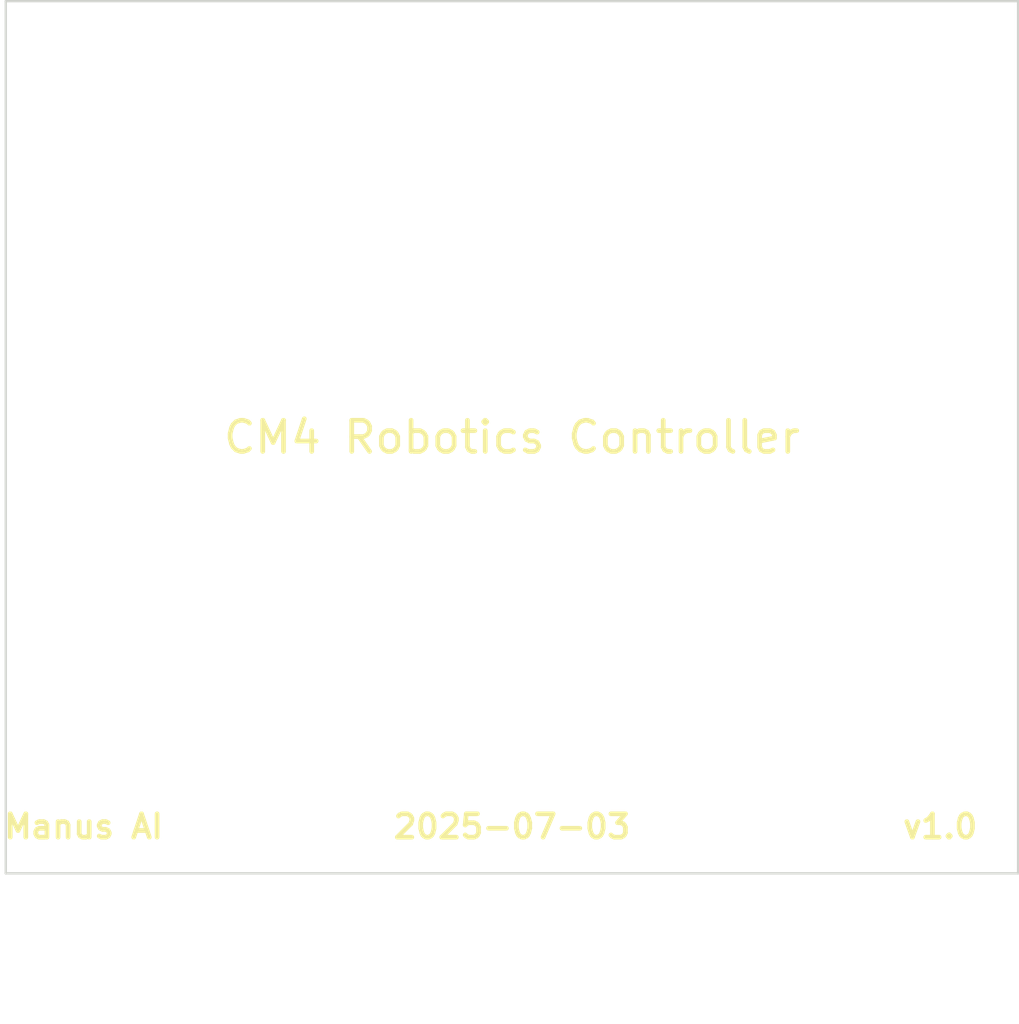
<source format=kicad_pcb>
(kicad_pcb (version 20221018) (generator pcbnew)

  (general
    (thickness 1.6)
    (drawings 4)
    (tracks 0)
    (zones 0)
    (modules 0)
    (nets 1)
  )

  (paper "A4")
  (title_block
    (title "CM4 Robotics Controller")
    (date "2025-07-03")
    (rev "v1.0")
    (company "Manus AI")
  )

  (layers
    (0 "F.Cu" signal)
    (1 "In1.Cu" power)
    (2 "In2.Cu" power)
    (31 "B.Cu" signal)
    (32 "B.Adhes" user "B.Adhesive")
    (33 "F.Adhes" user "F.Adhesive")
    (34 "B.Paste" user)
    (35 "F.Paste" user)
    (36 "B.SilkS" user "B.Silkscreen")
    (37 "F.SilkS" user "F.Silkscreen")
    (38 "B.Mask" user)
    (39 "F.Mask" user)
    (40 "Dwgs.User" user "User.Drawings")
    (41 "Cmts.User" user "User.Comments")
    (42 "Eco1.User" user "User.Eco1")
    (43 "Eco2.User" user "User.Eco2")
    (44 "Edge.Cuts" user)
    (45 "Margin" user)
    (46 "B.CrtYd" user "B.Courtyard")
    (47 "F.CrtYd" user "F.Courtyard")
    (48 "B.Fab" user)
    (49 "F.Fab" user)
    (50 "User.1" user)
    (51 "User.2" user)
    (52 "User.3" user)
    (53 "User.4" user)
    (54 "User.5" user)
    (55 "User.6" user)
    (56 "User.7" user)
    (57 "User.8" user)
    (58 "User.9" user)
  )

  (setup
    (stackup
      (layer "F.SilkS" (type "Top Silk Screen"))
      (layer "F.Paste" (type "Top Solder Paste"))
      (layer "F.Mask" (type "Top Solder Mask") (thickness 0.01))
      (layer "F.Cu" (type "copper") (thickness 0.035))
      (layer "dielectric 1" (type "core") (thickness 0.48) (material "FR4") (epsilon_r 4.5) (loss_tangent 0.02))
      (layer "In1.Cu" (type "copper") (thickness 0.035))
      (layer "dielectric 2" (type "prepreg") (thickness 0.47) (material "FR4") (epsilon_r 4.5) (loss_tangent 0.02))
      (layer "In2.Cu" (type "copper") (thickness 0.035))
      (layer "dielectric 3" (type "core") (thickness 0.48) (material "FR4") (epsilon_r 4.5) (loss_tangent 0.02))
      (layer "B.Cu" (type "copper") (thickness 0.035))
      (layer "B.Mask" (type "Bottom Solder Mask") (thickness 0.01))
      (layer "B.Paste" (type "Bottom Solder Paste"))
      (layer "B.SilkS" (type "Bottom Silk Screen"))
      (copper_finish "None")
      (dielectric_constraints no)
    )
    (pad_to_mask_clearance 0.05)
    (pcbplotparams
      (layerselection 0x00010fc_ffffffff)
      (plot_on_all_layers_selection 0x0000000_00000000)
      (disableapertmacros false)
      (usegerberextensions false)
      (usegerberattributes true)
      (usegerberadvancedattributes true)
      (creategerberjobfile true)
      (dashed_line_dash_ratio 12.000000)
      (dashed_line_gap_ratio 3.000000)
      (svgprecision 4)
      (plotframeref false)
      (viasonmask false)
      (mode 1)
      (useauxorigin false)
      (hpglpennumber 1)
      (hpglpenspeed 20)
      (hpglpendiameter 15.000000)
      (dxfpolygonmode true)
      (dxfimperialunits true)
      (dxfusepcbnewfont true)
      (psnegative false)
      (psa4output false)
      (plotreference true)
      (plotvalue true)
      (plotinvisibletext false)
      (sketchpadsonfab false)
      (subtractmaskfromsilk false)
      (outputformat 1)
      (mirror false)
      (drillshape 1)
      (scaleselection 1)
      (outputdirectory "")
    )
  )

  (net 0 "")

  (net_class "Default" "This is the default net class."
    (clearance 0.15)
    (trace_width 0.15)
    (via_dia 0.6)
    (via_drill 0.3)
    (uvia_dia 0.3)
    (uvia_drill 0.1)
    (diff_pair_width 0.15)
    (diff_pair_gap 0.15)
  )

  (net_class "Power" "Power nets"
    (clearance 0.2)
    (trace_width 0.5)
    (via_dia 0.8)
    (via_drill 0.4)
    (uvia_dia 0.3)
    (uvia_drill 0.1)
    (diff_pair_width 0.2)
    (diff_pair_gap 0.2)
  )

  (net_class "USB_Diff" "USB differential pairs"
    (clearance 0.15)
    (trace_width 0.2)
    (via_dia 0.6)
    (via_drill 0.3)
    (uvia_dia 0.3)
    (uvia_drill 0.1)
    (diff_pair_width 0.2)
    (diff_pair_gap 0.2)
  )

  (net_class "Motor" "Motor driver outputs"
    (clearance 0.2)
    (trace_width 0.5)
    (via_dia 0.8)
    (via_drill 0.4)
    (uvia_dia 0.3)
    (uvia_drill 0.1)
    (diff_pair_width 0.2)
    (diff_pair_gap 0.2)
  )

  (dimension 65 (width 0.15) (layer "Dwgs.User")
    (gr_text "65.000 mm" (at 32.5 -5 0) (layer "Dwgs.User") (tstamp 00000000-0000-0000-0000-00005f3d1de1)
      (effects (font (size 1.5 1.5) (thickness 0.3)))
    )
    (feature1 (pts (xy 0 0) (xy 0 -5)))
    (feature2 (pts (xy 65 0) (xy 65 -5)))
    (crossbar (pts (xy 0 -2.5) (xy 65 -2.5)))
    (arrow1a (pts (xy 65 -2.5) (xy 63.5 -3)))
    (arrow1b (pts (xy 65 -2.5) (xy 63.5 -2)))
    (arrow2a (pts (xy 0 -2.5) (xy 1.5 -3)))
    (arrow2b (pts (xy 0 -2.5) (xy 1.5 -2)))
  )

  (dimension 56 (width 0.15) (layer "Dwgs.User")
    (gr_text "56.000 mm" (at -5 28 90) (layer "Dwgs.User") (tstamp 00000000-0000-0000-0000-00005f3d1de2)
      (effects (font (size 1.5 1.5) (thickness 0.3)))
    )
    (feature1 (pts (xy 0 0) (xy -5 0)))
    (feature2 (pts (xy 0 56) (xy -5 56)))
    (crossbar (pts (xy -2.5 0) (xy -2.5 56)))
    (arrow1a (pts (xy -2.5 56) (xy -3 54.5)))
    (arrow1b (pts (xy -2.5 56) (xy -2 54.5)))
    (arrow2a (pts (xy -2.5 0) (xy -3 1.5)))
    (arrow2b (pts (xy -2.5 0) (xy -2 1.5)))
  )

  (gr_line (start 0 0) (end 65 0) (layer "Edge.Cuts") (width 0.15) (tstamp 00000000-0000-0000-0000-00005f3d1de3))
  (gr_line (start 0 0) (end 0 56) (layer "Edge.Cuts") (width 0.15) (tstamp 00000000-0000-0000-0000-00005f3d1de4))
  (gr_line (start 0 56) (end 65 56) (layer "Edge.Cuts") (width 0.15) (tstamp 00000000-0000-0000-0000-00005f3d1de5))
  (gr_line (start 65 0) (end 65 56) (layer "Edge.Cuts") (width 0.15) (tstamp 00000000-0000-0000-0000-00005f3d1de6))

  (gr_circle (center 3.5 3.5) (end 5 3.5) (layer "Dwgs.User") (width 0.15) (fill none) (tstamp 00000000-0000-0000-0000-00005f3d1de7))
  (gr_circle (center 3.5 52.5) (end 5 52.5) (layer "Dwgs.User") (width 0.15) (fill none) (tstamp 00000000-0000-0000-0000-00005f3d1de8))
  (gr_circle (center 61.5 3.5) (end 63 3.5) (layer "Dwgs.User") (width 0.15) (fill none) (tstamp 00000000-0000-0000-0000-00005f3d1de9))
  (gr_circle (center 61.5 52.5) (end 63 52.5) (layer "Dwgs.User") (width 0.15) (fill none) (tstamp 00000000-0000-0000-0000-00005f3d1dea))

  (gr_text "CM4 Robotics Controller" (at 32.5 28 0) (layer "F.SilkS") (tstamp 00000000-0000-0000-0000-00005f3d1deb)
    (effects (font (size 2 2) (thickness 0.3)))
  )
  (gr_text "v1.0" (at 60 53 0) (layer "F.SilkS") (tstamp 00000000-0000-0000-0000-00005f3d1dec)
    (effects (font (size 1.5 1.5) (thickness 0.3)))
  )
  (gr_text "Manus AI" (at 5 53 0) (layer "F.SilkS") (tstamp 00000000-0000-0000-0000-00005f3d1ded)
    (effects (font (size 1.5 1.5) (thickness 0.3)))
  )
  (gr_text "2025-07-03" (at 32.5 53 0) (layer "F.SilkS") (tstamp 00000000-0000-0000-0000-00005f3d1dee)
    (effects (font (size 1.5 1.5) (thickness 0.3)))
  )

  (zone (net 0) (net_name "") (layer "In1.Cu") (tstamp 00000000-0000-0000-0000-00005f3d1def) (hatch full 0.508)
    (connect_pads (clearance 0.15))
    (min_thickness 0.254)
    (keepout (tracks not_allowed) (vias not_allowed) (pads not_allowed) (copperpour not_allowed) (footprints allowed))
    (fill (thermal_gap 0.508) (thermal_bridge_width 0.508))
    (polygon
      (pts
        (xy 0 0)
        (xy 65 0)
        (xy 65 56)
        (xy 0 56)
      )
    )
  )

  (zone (net 0) (net_name "") (layer "In2.Cu") (tstamp 00000000-0000-0000-0000-00005f3d1df0) (hatch full 0.508)
    (connect_pads (clearance 0.15))
    (min_thickness 0.254)
    (keepout (tracks not_allowed) (vias not_allowed) (pads not_allowed) (copperpour not_allowed) (footprints allowed))
    (fill (thermal_gap 0.508) (thermal_bridge_width 0.508))
    (polygon
      (pts
        (xy 0 0)
        (xy 65 0)
        (xy 65 56)
        (xy 0 56)
      )
    )
  )
)

</source>
